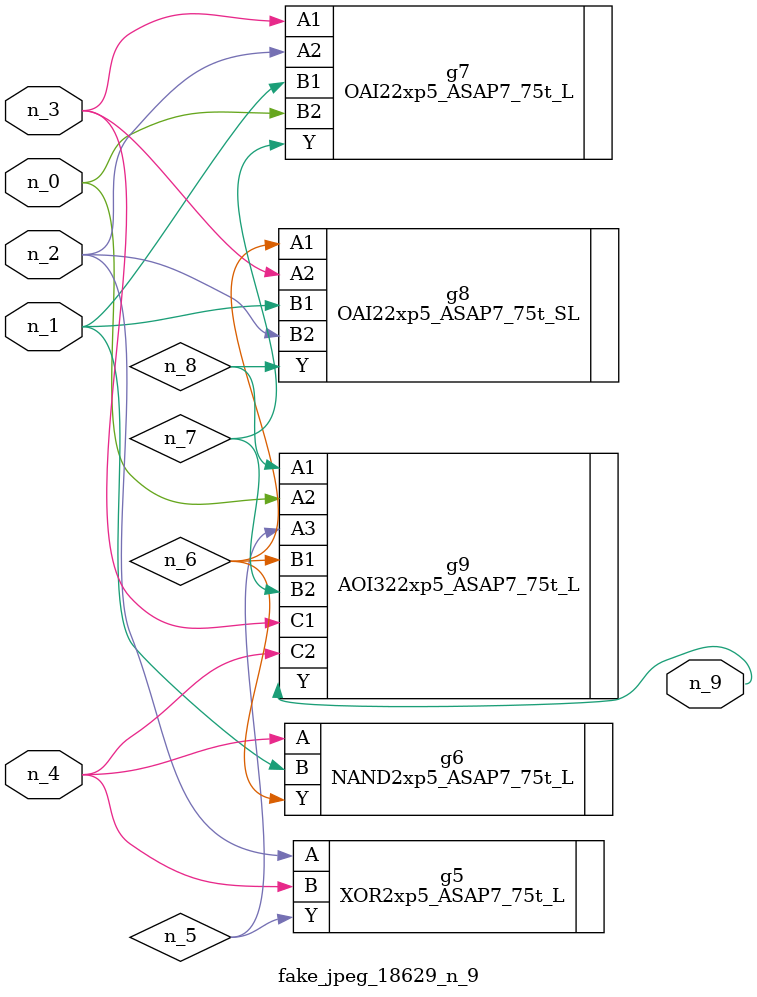
<source format=v>
module fake_jpeg_18629_n_9 (n_3, n_2, n_1, n_0, n_4, n_9);

input n_3;
input n_2;
input n_1;
input n_0;
input n_4;

output n_9;

wire n_8;
wire n_6;
wire n_5;
wire n_7;

XOR2xp5_ASAP7_75t_L g5 ( 
.A(n_2),
.B(n_4),
.Y(n_5)
);

NAND2xp5_ASAP7_75t_L g6 ( 
.A(n_4),
.B(n_1),
.Y(n_6)
);

OAI22xp5_ASAP7_75t_L g7 ( 
.A1(n_3),
.A2(n_2),
.B1(n_1),
.B2(n_0),
.Y(n_7)
);

OAI22xp5_ASAP7_75t_SL g8 ( 
.A1(n_6),
.A2(n_3),
.B1(n_1),
.B2(n_2),
.Y(n_8)
);

AOI322xp5_ASAP7_75t_L g9 ( 
.A1(n_8),
.A2(n_0),
.A3(n_5),
.B1(n_6),
.B2(n_7),
.C1(n_3),
.C2(n_4),
.Y(n_9)
);


endmodule
</source>
